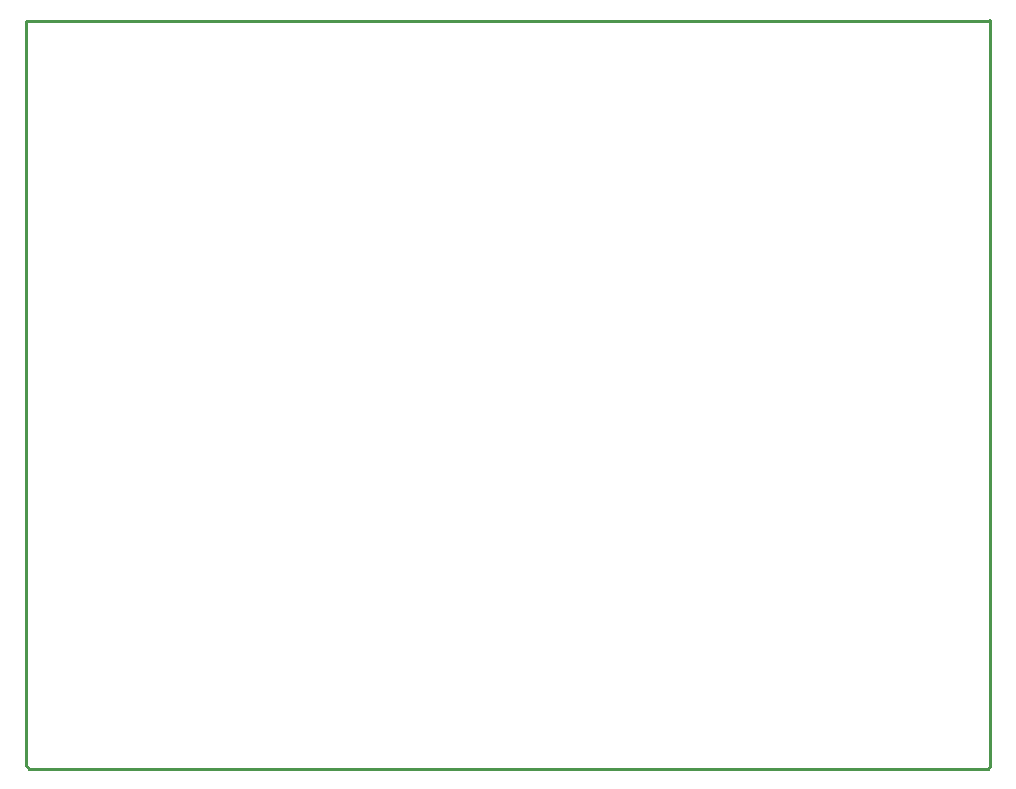
<source format=gm1>
G04 Layer_Color=16711935*
%FSLAX44Y44*%
%MOMM*%
G71*
G01*
G75*
%ADD10C,0.2540*%
D10*
X2686000Y1046000D02*
X3501971D01*
X3502861Y1046889D01*
Y414610D02*
Y1046889D01*
X3501000Y412750D02*
X3502861Y414610D01*
X2689000Y412750D02*
X3501000D01*
X2686000Y415750D02*
X2689000Y412750D01*
X2686000Y415750D02*
Y1046000D01*
X3501971D01*
X3502861Y1046889D01*
Y414610D02*
Y1046889D01*
X3501000Y412750D02*
X3502861Y414610D01*
X2689000Y412750D02*
X3501000D01*
X2686000Y415750D02*
X2689000Y412750D01*
X2686000Y415750D02*
Y1046000D01*
M02*

</source>
